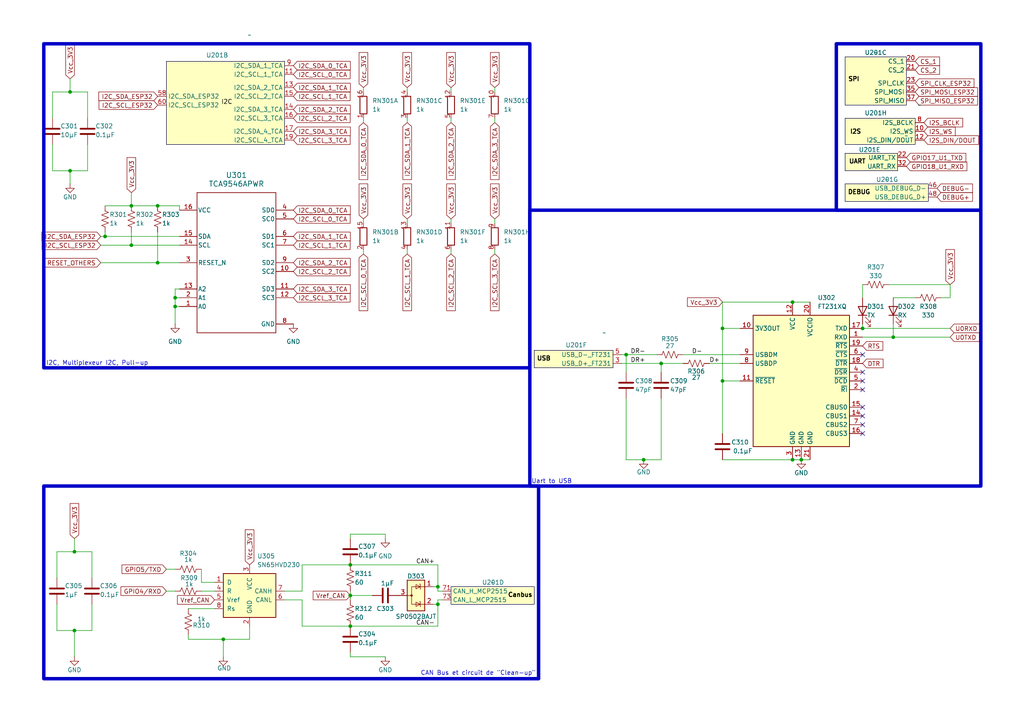
<source format=kicad_sch>
(kicad_sch (version 20231120) (generator "eeschema") (generator_version "8.0")
  (paper "A4")
  (junction (at 186.69 133.35))
  (junction (at 21.59 182.88))
  (junction (at 45.72 76.2))
  (junction (at 232.41 133.35))
  (junction (at 38.1 71.12))
  (junction (at 250.19 95.25))
  (junction (at 259.08 97.79))
  (junction (at 101.6 181.61))
  (junction (at 21.59 160.02))
  (junction (at 229.87 133.35))
  (junction (at 50.8 88.9))
  (junction (at 38.1 59.69))
  (junction (at 20.32 49.53))
  (junction (at 101.6 163.83))
  (junction (at 50.8 86.36))
  (junction (at 229.87 87.63))
  (junction (at 191.77 105.41))
  (junction (at 127 175.26))
  (junction (at 20.32 26.67))
  (junction (at 45.72 59.69))
  (junction (at 209.55 110.49))
  (junction (at 209.55 95.25))
  (junction (at 127 170.18))
  (junction (at 181.61 102.87))
  (junction (at 64.77 185.42))
  (junction (at 101.6 172.72))
  (junction (at 30.48 68.58))
  (no_connect (at 250.19 120.65))
  (no_connect (at 250.19 113.03))
  (no_connect (at 250.19 118.11))
  (no_connect (at 250.19 102.87))
  (no_connect (at 250.19 123.19))
  (no_connect (at 250.19 107.95))
  (no_connect (at 250.19 125.73))
  (no_connect (at 250.19 110.49))
  (wire (pts (xy 101.6 163.83) (xy 127 163.83)))
  (wire (pts (xy 143.51 25.4) (xy 143.51 26.67)))
  (wire (pts (xy 191.77 115.57) (xy 191.77 133.35)))
  (wire (pts (xy 101.6 172.72) (xy 107.95 172.72)))
  (wire (pts (xy 229.87 133.35) (xy 232.41 133.35)))
  (wire (pts (xy 181.61 115.57) (xy 181.61 133.35)))
  (wire (pts (xy 38.1 59.69) (xy 30.48 59.69)))
  (wire (pts (xy 229.87 87.63) (xy 234.95 87.63)))
  (wire (pts (xy 209.55 95.25) (xy 214.63 95.25)))
  (wire (pts (xy 45.72 76.2) (xy 52.07 76.2)))
  (wire (pts (xy 232.41 133.35) (xy 234.95 133.35)))
  (wire (pts (xy 127 170.18) (xy 127 171.45)))
  (wire (pts (xy 209.55 95.25) (xy 209.55 87.63)))
  (wire (pts (xy 105.41 72.39) (xy 105.41 73.66)))
  (wire (pts (xy 58.42 168.91) (xy 62.23 168.91)))
  (wire (pts (xy 16.51 167.64) (xy 16.51 160.02)))
  (wire (pts (xy 181.61 102.87) (xy 180.34 102.87)))
  (wire (pts (xy 190.5 102.87) (xy 181.61 102.87)))
  (wire (pts (xy 29.21 68.58) (xy 30.48 68.58)))
  (wire (pts (xy 21.59 190.5) (xy 21.59 182.88)))
  (wire (pts (xy 118.11 72.39) (xy 118.11 73.66)))
  (wire (pts (xy 16.51 182.88) (xy 16.51 175.26)))
  (wire (pts (xy 101.6 154.94) (xy 111.76 154.94)))
  (wire (pts (xy 72.39 185.42) (xy 72.39 181.61)))
  (wire (pts (xy 250.19 93.98) (xy 250.19 95.25)))
  (wire (pts (xy 29.21 71.12) (xy 38.1 71.12)))
  (wire (pts (xy 191.77 133.35) (xy 186.69 133.35)))
  (wire (pts (xy 191.77 105.41) (xy 191.77 107.95)))
  (wire (pts (xy 127 173.99) (xy 128.27 173.99)))
  (wire (pts (xy 101.6 171.45) (xy 101.6 172.72)))
  (wire (pts (xy 125.73 170.18) (xy 127 170.18)))
  (wire (pts (xy 257.81 82.55) (xy 275.59 82.55)))
  (wire (pts (xy 15.24 34.29) (xy 15.24 26.67)))
  (wire (pts (xy 52.07 59.69) (xy 45.72 59.69)))
  (wire (pts (xy 111.76 154.94) (xy 111.76 156.21)))
  (wire (pts (xy 50.8 83.82) (xy 50.8 86.36)))
  (wire (pts (xy 130.81 25.4) (xy 130.81 26.67)))
  (wire (pts (xy 180.34 105.41) (xy 191.77 105.41)))
  (wire (pts (xy 48.26 171.45) (xy 50.8 171.45)))
  (wire (pts (xy 205.74 105.41) (xy 214.63 105.41)))
  (wire (pts (xy 82.55 171.45) (xy 87.63 171.45)))
  (wire (pts (xy 16.51 160.02) (xy 21.59 160.02)))
  (wire (pts (xy 30.48 67.31) (xy 30.48 68.58)))
  (wire (pts (xy 101.6 156.21) (xy 101.6 154.94)))
  (wire (pts (xy 50.8 165.1) (xy 48.26 165.1)))
  (wire (pts (xy 38.1 67.31) (xy 38.1 71.12)))
  (wire (pts (xy 127 171.45) (xy 128.27 171.45)))
  (wire (pts (xy 198.12 102.87) (xy 214.63 102.87)))
  (wire (pts (xy 21.59 182.88) (xy 26.67 182.88)))
  (wire (pts (xy 52.07 83.82) (xy 50.8 83.82)))
  (wire (pts (xy 20.32 26.67) (xy 25.4 26.67)))
  (wire (pts (xy 25.4 26.67) (xy 25.4 34.29)))
  (wire (pts (xy 250.19 95.25) (xy 275.59 95.25)))
  (wire (pts (xy 125.73 175.26) (xy 127 175.26)))
  (wire (pts (xy 275.59 86.36) (xy 273.05 86.36)))
  (wire (pts (xy 101.6 172.72) (xy 101.6 173.99)))
  (wire (pts (xy 64.77 185.42) (xy 72.39 185.42)))
  (wire (pts (xy 50.8 93.98) (xy 50.8 88.9)))
  (wire (pts (xy 275.59 82.55) (xy 275.59 86.36)))
  (wire (pts (xy 26.67 175.26) (xy 26.67 182.88)))
  (wire (pts (xy 259.08 93.98) (xy 259.08 97.79)))
  (wire (pts (xy 50.8 86.36) (xy 52.07 86.36)))
  (wire (pts (xy 101.6 190.5) (xy 101.6 189.23)))
  (wire (pts (xy 87.63 181.61) (xy 101.6 181.61)))
  (wire (pts (xy 50.8 88.9) (xy 52.07 88.9)))
  (wire (pts (xy 64.77 190.5) (xy 64.77 185.42)))
  (wire (pts (xy 16.51 182.88) (xy 21.59 182.88)))
  (wire (pts (xy 30.48 68.58) (xy 52.07 68.58)))
  (wire (pts (xy 38.1 71.12) (xy 52.07 71.12)))
  (wire (pts (xy 143.51 72.39) (xy 143.51 73.66)))
  (wire (pts (xy 181.61 102.87) (xy 181.61 107.95)))
  (wire (pts (xy 15.24 26.67) (xy 20.32 26.67)))
  (wire (pts (xy 52.07 60.96) (xy 52.07 59.69)))
  (wire (pts (xy 15.24 49.53) (xy 15.24 41.91)))
  (wire (pts (xy 20.32 49.53) (xy 25.4 49.53)))
  (wire (pts (xy 45.72 67.31) (xy 45.72 76.2)))
  (wire (pts (xy 54.61 184.15) (xy 54.61 185.42)))
  (wire (pts (xy 54.61 185.42) (xy 64.77 185.42)))
  (wire (pts (xy 87.63 173.99) (xy 87.63 181.61)))
  (wire (pts (xy 20.32 49.53) (xy 15.24 49.53)))
  (wire (pts (xy 111.76 190.5) (xy 101.6 190.5)))
  (wire (pts (xy 101.6 181.61) (xy 127 181.61)))
  (wire (pts (xy 118.11 34.29) (xy 118.11 35.56)))
  (wire (pts (xy 127 163.83) (xy 127 170.18)))
  (wire (pts (xy 38.1 55.88) (xy 38.1 59.69)))
  (wire (pts (xy 58.42 171.45) (xy 62.23 171.45)))
  (wire (pts (xy 105.41 63.5) (xy 105.41 64.77)))
  (wire (pts (xy 130.81 63.5) (xy 130.81 64.77)))
  (wire (pts (xy 58.42 165.1) (xy 58.42 168.91)))
  (wire (pts (xy 105.41 25.4) (xy 105.41 26.67)))
  (wire (pts (xy 45.72 59.69) (xy 38.1 59.69)))
  (wire (pts (xy 21.59 156.21) (xy 21.59 160.02)))
  (wire (pts (xy 105.41 34.29) (xy 105.41 35.56)))
  (wire (pts (xy 143.51 34.29) (xy 143.51 35.56)))
  (wire (pts (xy 20.32 22.86) (xy 20.32 26.67)))
  (wire (pts (xy 21.59 160.02) (xy 26.67 160.02)))
  (wire (pts (xy 45.72 76.2) (xy 29.21 76.2)))
  (wire (pts (xy 209.55 87.63) (xy 229.87 87.63)))
  (wire (pts (xy 87.63 171.45) (xy 87.63 163.83)))
  (wire (pts (xy 209.55 110.49) (xy 209.55 125.73)))
  (wire (pts (xy 54.61 176.53) (xy 62.23 176.53)))
  (wire (pts (xy 191.77 105.41) (xy 198.12 105.41)))
  (wire (pts (xy 250.19 82.55) (xy 250.19 86.36)))
  (wire (pts (xy 26.67 160.02) (xy 26.67 167.64)))
  (wire (pts (xy 130.81 72.39) (xy 130.81 73.66)))
  (wire (pts (xy 127 175.26) (xy 127 173.99)))
  (wire (pts (xy 259.08 86.36) (xy 265.43 86.36)))
  (wire (pts (xy 25.4 41.91) (xy 25.4 49.53)))
  (wire (pts (xy 127 181.61) (xy 127 175.26)))
  (wire (pts (xy 118.11 25.4) (xy 118.11 26.67)))
  (wire (pts (xy 259.08 97.79) (xy 275.59 97.79)))
  (wire (pts (xy 87.63 163.83) (xy 101.6 163.83)))
  (wire (pts (xy 82.55 173.99) (xy 87.63 173.99)))
  (wire (pts (xy 214.63 110.49) (xy 209.55 110.49)))
  (wire (pts (xy 50.8 86.36) (xy 50.8 88.9)))
  (wire (pts (xy 143.51 63.5) (xy 143.51 64.77)))
  (wire (pts (xy 118.11 63.5) (xy 118.11 64.77)))
  (wire (pts (xy 181.61 133.35) (xy 186.69 133.35)))
  (wire (pts (xy 209.55 133.35) (xy 229.87 133.35)))
  (wire (pts (xy 20.32 53.34) (xy 20.32 49.53)))
  (wire (pts (xy 130.81 34.29) (xy 130.81 35.56)))
  (wire (pts (xy 250.19 97.79) (xy 259.08 97.79)))
  (wire (pts (xy 209.55 110.49) (xy 209.55 95.25)))
  (rectangle (start 12.7 12.7) (end 153.67 106.68) (stroke (width 1)))
  (rectangle (start 242.57 12.7) (end 284.48 60.96) (stroke (width 1)))
  (rectangle (start 12.7 140.97) (end 156.21 196.85) (stroke (width 1)))
  (rectangle (start 153.67 60.96) (end 284.48 140.97) (stroke (width 1)))
  (text "CAN Bus et circuit de \"Clean-up\"\n" (at 138.684 195.326 0) (effects (font (size 1.27 1.27))))
  (text "I2C, Multiplexeur I2C, Pull-up" (at 28.194 105.41 0) (effects (font (size 1.27 1.27))))
  (text "Uart to USB" (at 160.02 139.7 0) (effects (font (size 1.27 1.27))))
  (label "CAN+" (at 120.65 163.83 0))
  (label "CAN-" (at 120.65 181.61 0))
  (label "DR-" (at 182.88 102.87 0))
  (label "D+" (at 205.74 105.41 0))
  (label "D-" (at 200.66 102.87 0))
  (label "DR+" (at 182.88 105.41 0))
  (global_label "I2C_SCL_1_TCA" (shape input) (at 85.09 27.94 0) (property "Intersheetrefs" "${INTERSHEET_REFS}" (effects (hide yes))))
  (global_label "I2C_SCL_0_TCA" (shape input) (at 105.41 73.66 270) (property "Intersheetrefs" "${INTERSHEET_REFS}" (effects (hide yes))))
  (global_label "U0TXD" (shape input) (at 275.59 97.79 0) (property "Intersheetrefs" "${INTERSHEET_REFS}" (effects (hide yes))))
  (global_label "Vcc_3V3" (shape input) (at 105.41 63.5 90) (property "Intersheetrefs" "${INTERSHEET_REFS}" (effects (hide yes))))
  (global_label "U0RXD" (shape input) (at 275.59 95.25 0) (property "Intersheetrefs" "${INTERSHEET_REFS}" (effects (hide yes))))
  (global_label "I2C_SCL_1_TCA" (shape input) (at 118.11 73.66 270) (property "Intersheetrefs" "${INTERSHEET_REFS}" (effects (hide yes))))
  (global_label "Vcc_3V3" (shape input) (at 275.59 82.55 90) (property "Intersheetrefs" "${INTERSHEET_REFS}" (effects (hide yes))))
  (global_label "Vcc_3V3" (shape input) (at 143.51 63.5 90) (property "Intersheetrefs" "${INTERSHEET_REFS}" (effects (hide yes))))
  (global_label "RTS" (shape input) (at 250.19 100.33 0) (property "Intersheetrefs" "${INTERSHEET_REFS}" (effects (hide yes))))
  (global_label "I2C_SDA_0_TCA" (shape input) (at 85.09 60.96 0) (property "Intersheetrefs" "${INTERSHEET_REFS}" (effects (hide yes))))
  (global_label "I2C_SDA_ESP32" (shape input) (at 45.72 27.94 180) (property "Intersheetrefs" "${INTERSHEET_REFS}" (effects (hide yes))))
  (global_label "I2C_SDA_2_TCA" (shape input) (at 130.81 35.56 270) (property "Intersheetrefs" "${INTERSHEET_REFS}" (effects (hide yes))))
  (global_label "Vcc_3V3" (shape input) (at 21.59 156.21 90) (property "Intersheetrefs" "${INTERSHEET_REFS}" (effects (hide yes))))
  (global_label "I2C_SDA_ESP32" (shape input) (at 29.21 68.58 180) (property "Intersheetrefs" "${INTERSHEET_REFS}" (effects (hide yes))))
  (global_label "I2C_SCL_0_TCA" (shape input) (at 85.09 63.5 0) (property "Intersheetrefs" "${INTERSHEET_REFS}" (effects (hide yes))))
  (global_label "Vref_CAN" (shape input) (at 62.23 173.99 180) (property "Intersheetrefs" "${INTERSHEET_REFS}" (effects (hide yes))))
  (global_label "CS_1" (shape input) (at 265.43 17.78 0) (property "Intersheetrefs" "${INTERSHEET_REFS}" (effects (hide yes))))
  (global_label "I2C_SCL_ESP32" (shape input) (at 29.21 71.12 180) (property "Intersheetrefs" "${INTERSHEET_REFS}" (effects (hide yes))))
  (global_label "I2C_SCL_2_TCA" (shape input) (at 130.81 73.66 270) (property "Intersheetrefs" "${INTERSHEET_REFS}" (effects (hide yes))))
  (global_label "I2C_SCL_1_TCA" (shape input) (at 85.09 71.12 0) (property "Intersheetrefs" "${INTERSHEET_REFS}" (effects (hide yes))))
  (global_label "RESET_OTHERS" (shape input) (at 29.21 76.2 180) (property "Intersheetrefs" "${INTERSHEET_REFS}" (effects (hide yes))))
  (global_label "Vcc_3V3" (shape input) (at 209.55 87.63 180) (property "Intersheetrefs" "${INTERSHEET_REFS}" (effects (hide yes))))
  (global_label "I2S_DIN{slash}DOUT" (shape input) (at 267.97 40.64 0) (property "Intersheetrefs" "${INTERSHEET_REFS}" (effects (hide yes))))
  (global_label "I2C_SDA_3_TCA" (shape input) (at 85.09 38.1 0) (property "Intersheetrefs" "${INTERSHEET_REFS}" (effects (hide yes))))
  (global_label "Vcc_3V3" (shape input) (at 72.39 163.83 90) (property "Intersheetrefs" "${INTERSHEET_REFS}" (effects (hide yes))))
  (global_label "I2C_SCL_2_TCA" (shape input) (at 85.09 34.29 0) (property "Intersheetrefs" "${INTERSHEET_REFS}" (effects (hide yes))))
  (global_label "GPIO18_U1_RXD" (shape input) (at 262.89 48.26 0) (property "Intersheetrefs" "${INTERSHEET_REFS}" (effects (hide yes))))
  (global_label "I2C_SDA_1_TCA" (shape input) (at 85.09 68.58 0) (property "Intersheetrefs" "${INTERSHEET_REFS}" (effects (hide yes))))
  (global_label "DEBUG-" (shape input) (at 271.78 54.61 0) (property "Intersheetrefs" "${INTERSHEET_REFS}" (effects (hide yes))))
  (global_label "Vcc_3V3" (shape input) (at 130.81 25.4 90) (property "Intersheetrefs" "${INTERSHEET_REFS}" (effects (hide yes))))
  (global_label "Vcc_3V3" (shape input) (at 130.81 63.5 90) (property "Intersheetrefs" "${INTERSHEET_REFS}" (effects (hide yes))))
  (global_label "GPIO5{slash}TXD" (shape input) (at 48.26 165.1 180) (property "Intersheetrefs" "${INTERSHEET_REFS}" (effects (hide yes))))
  (global_label "Vcc_3V3" (shape input) (at 105.41 25.4 90) (property "Intersheetrefs" "${INTERSHEET_REFS}" (effects (hide yes))))
  (global_label "Vcc_3V3" (shape input) (at 38.1 55.88 90) (property "Intersheetrefs" "${INTERSHEET_REFS}" (effects (hide yes))))
  (global_label "I2C_SDA_1_TCA" (shape input) (at 85.09 25.4 0) (property "Intersheetrefs" "${INTERSHEET_REFS}" (effects (hide yes))))
  (global_label "I2C_SDA_3_TCA" (shape input) (at 143.51 35.56 270) (property "Intersheetrefs" "${INTERSHEET_REFS}" (effects (hide yes))))
  (global_label "DTR" (shape input) (at 250.19 105.41 0) (property "Intersheetrefs" "${INTERSHEET_REFS}" (effects (hide yes))))
  (global_label "I2S_WS" (shape input) (at 267.97 38.1 0) (property "Intersheetrefs" "${INTERSHEET_REFS}" (effects (hide yes))))
  (global_label "SPI_CLK_ESP32" (shape input) (at 265.43 24.13 0) (property "Intersheetrefs" "${INTERSHEET_REFS}" (effects (hide yes))))
  (global_label "Vref_CAN" (shape input) (at 101.6 172.72 180) (property "Intersheetrefs" "${INTERSHEET_REFS}" (effects (hide yes))))
  (global_label "GPIO4{slash}RXD" (shape input) (at 48.26 171.45 180) (property "Intersheetrefs" "${INTERSHEET_REFS}" (effects (hide yes))))
  (global_label "CS_2" (shape input) (at 265.43 20.32 0) (property "Intersheetrefs" "${INTERSHEET_REFS}" (effects (hide yes))))
  (global_label "Vcc_3V3" (shape input) (at 143.51 25.4 90) (property "Intersheetrefs" "${INTERSHEET_REFS}" (effects (hide yes))))
  (global_label "GPIO17_U1_TXD" (shape input) (at 262.89 45.72 0) (property "Intersheetrefs" "${INTERSHEET_REFS}" (effects (hide yes))))
  (global_label "I2C_SDA_2_TCA" (shape input) (at 85.09 31.75 0) (property "Intersheetrefs" "${INTERSHEET_REFS}" (effects (hide yes))))
  (global_label "I2C_SDA_2_TCA" (shape input) (at 85.09 76.2 0) (property "Intersheetrefs" "${INTERSHEET_REFS}" (effects (hide yes))))
  (global_label "DEBUG+" (shape input) (at 271.78 57.15 0) (property "Intersheetrefs" "${INTERSHEET_REFS}" (effects (hide yes))))
  (global_label "I2C_SCL_3_TCA" (shape input) (at 85.09 86.36 0) (property "Intersheetrefs" "${INTERSHEET_REFS}" (effects (hide yes))))
  (global_label "Vcc_3V3" (shape input) (at 20.32 22.86 90) (property "Intersheetrefs" "${INTERSHEET_REFS}" (effects (hide yes))))
  (global_label "Vcc_3V3" (shape input) (at 118.11 25.4 90) (property "Intersheetrefs" "${INTERSHEET_REFS}" (effects (hide yes))))
  (global_label "I2C_SCL_3_TCA" (shape input) (at 85.09 40.64 0) (property "Intersheetrefs" "${INTERSHEET_REFS}" (effects (hide yes))))
  (global_label "I2C_SDA_3_TCA" (shape input) (at 85.09 83.82 0) (property "Intersheetrefs" "${INTERSHEET_REFS}" (effects (hide yes))))
  (global_label "SPI_MISO_ESP32" (shape input) (at 265.43 29.21 0) (property "Intersheetrefs" "${INTERSHEET_REFS}" (effects (hide yes))))
  (global_label "I2C_SCL_ESP32" (shape input) (at 45.72 30.48 180) (property "Intersheetrefs" "${INTERSHEET_REFS}" (effects (hide yes))))
  (global_label "I2C_SCL_0_TCA" (shape input) (at 85.09 21.59 0) (property "Intersheetrefs" "${INTERSHEET_REFS}" (effects (hide yes))))
  (global_label "Vcc_3V3" (shape input) (at 118.11 63.5 90) (property "Intersheetrefs" "${INTERSHEET_REFS}" (effects (hide yes))))
  (global_label "I2C_SDA_1_TCA" (shape input) (at 118.11 35.56 270) (property "Intersheetrefs" "${INTERSHEET_REFS}" (effects (hide yes))))
  (global_label "I2C_SCL_2_TCA" (shape input) (at 85.09 78.74 0) (property "Intersheetrefs" "${INTERSHEET_REFS}" (effects (hide yes))))
  (global_label "I2C_SDA_0_TCA" (shape input) (at 105.41 35.56 270) (property "Intersheetrefs" "${INTERSHEET_REFS}" (effects (hide yes))))
  (global_label "SPI_MOSI_ESP32" (shape input) (at 265.43 26.67 0) (property "Intersheetrefs" "${INTERSHEET_REFS}" (effects (hide yes))))
  (global_label "I2C_SCL_3_TCA" (shape input) (at 143.51 73.66 270) (property "Intersheetrefs" "${INTERSHEET_REFS}" (effects (hide yes))))
  (global_label "I2S_BCLK" (shape input) (at 267.97 35.56 0) (property "Intersheetrefs" "${INTERSHEET_REFS}" (effects (hide yes))))
  (global_label "I2C_SDA_0_TCA" (shape input) (at 85.09 19.05 0) (property "Intersheetrefs" "${INTERSHEET_REFS}" (effects (hide yes))))
  (symbol (lib_id "Device:R_US") (at 254 82.55 90) (unit 1)
    (property "Reference" "R307" (at 254 77.47 90))
    (property "Value" "330" (at 254 80.01 90))
    (property "Footprint" "Resistor_SMD:R_0805_2012Metric" (effects (hide yes)))
    (property "Description" "Resistor, US symbol" (effects (hide yes)))
  )
  (symbol (lib_id "power:GND") (at 21.59 190.5 0) (unit 1)
    (property "Reference" "#PWR0307" (effects (hide yes)))
    (property "Value" "GND" (at 21.59 194.31 0))
    (property "Description" "Power symbol creates a global label with name \"GND\" , ground" (effects (hide yes)))
  )
  (symbol (lib_id "Device:R_Pack08_Split") (at 143.51 30.48 0) (unit 7)
    (property "Reference" "RN301" (at 146.05 29.2099 0) (effects (justify left)))
    (property "Value" "1k" (at 146.05 31.7499 0) (effects (justify left)))
    (property "Footprint" "Resistor_SMD:R_Array_Convex_8x0602" (effects (hide yes)))
    (property "Description" "8 resistor network, parallel topology, split" (effects (hide yes)))
  )
  (symbol (lib_id "Device:C") (at 101.6 160.02 0) (unit 1)
    (property "Reference" "C307" (at 103.886 158.496 0) (effects (justify left)))
    (property "Value" "0.1µF" (at 103.886 161.036 0) (effects (justify left)))
    (property "Footprint" "Resistor_SMD:R_0805_2012Metric" (effects (hide yes)))
    (property "Description" "Unpolarized capacitor" (effects (hide yes)))
  )
  (symbol (lib_name "connecteur_SOM_ESP32_V2_1") (lib_id "connecteur_m2_key_E:connecteur_SOM_ESP32_V2") (at 66.04 17.78 0) (unit 2)
    (property "Reference" "U201" (at 62.992 16.002 0))
    (property "Value" "~" (at 72.39 10.16 0))
    (property "Footprint" "connecteur_M2_key_E:NGFF_E" (effects (hide yes)))
  )
  (symbol (lib_id "Device:R_US") (at 101.6 177.8 0) (unit 1)
    (property "Reference" "R312" (at 102.87 176.53 0) (effects (justify left)))
    (property "Value" "60" (at 102.87 179.07 0) (effects (justify left)))
    (property "Footprint" "Resistor_SMD:R_0805_2012Metric" (effects (hide yes)))
    (property "Description" "Resistor, US symbol" (effects (hide yes)))
  )
  (symbol (lib_id "Device:LED") (at 250.19 90.17 90) (unit 1)
    (property "Reference" "D301" (at 251.46 88.9 90) (effects (justify right)))
    (property "Value" "TX" (at 251.46 91.44 90) (effects (justify right)))
    (property "Footprint" "LED_SMD:LED_0805_2012Metric" (effects (hide yes)))
    (property "Description" "Light emitting diode" (effects (hide yes)))
  )
  (symbol (lib_id "power:GND") (at 50.8 93.98 0) (unit 1)
    (property "Reference" "#PWR0303" (effects (hide yes)))
    (property "Value" "GND" (at 50.8 99.06 0))
    (property "Description" "Power symbol creates a global label with name \"GND\" , ground" (effects (hide yes)))
  )
  (symbol (lib_id "Device:R_Pack08_Split") (at 105.41 30.48 0) (unit 1)
    (property "Reference" "RN301" (at 107.95 29.2099 0) (effects (justify left)))
    (property "Value" "1k" (at 107.95 31.7499 0) (effects (justify left)))
    (property "Footprint" "Resistor_SMD:R_Array_Convex_8x0602" (effects (hide yes)))
    (property "Description" "8 resistor network, parallel topology, split" (effects (hide yes)))
  )
  (symbol (lib_id "connecteur_m2_key_E:connecteur_SOM_ESP32_V2") (at 247.65 22.86 0) (unit 3)
    (property "Reference" "U201" (at 254 15.24 0))
    (property "Value" "~" (at 254 15.24 0))
    (property "Footprint" "connecteur_M2_key_E:NGFF_E" (effects (hide yes)))
  )
  (symbol (lib_id "Device:R_US") (at 54.61 171.45 90) (unit 1)
    (property "Reference" "R309" (at 54.864 167.64 90))
    (property "Value" "1k" (at 54.864 169.418 90))
    (property "Footprint" "Resistor_SMD:R_0805_2012Metric" (effects (hide yes)))
    (property "Description" "Resistor, US symbol" (effects (hide yes)))
  )
  (symbol (lib_id "Device:R_Pack08_Split") (at 118.11 30.48 0) (unit 3)
    (property "Reference" "RN301" (at 120.65 29.2099 0) (effects (justify left)))
    (property "Value" "1k" (at 120.65 31.7499 0) (effects (justify left)))
    (property "Footprint" "Resistor_SMD:R_Array_Convex_8x0602" (effects (hide yes)))
    (property "Description" "8 resistor network, parallel topology, split" (effects (hide yes)))
  )
  (symbol (lib_name "connecteur_SOM_ESP32_V2_4") (lib_id "connecteur_m2_key_E:connecteur_SOM_ESP32_V2") (at 260.35 38.1 0) (unit 8)
    (property "Reference" "U201" (at 254 32.766 0))
    (property "Value" "~" (at 266.7 30.48 0))
    (property "Footprint" "connecteur_M2_key_E:NGFF_E" (effects (hide yes)))
  )
  (symbol (lib_id "Device:R_Pack08_Split") (at 130.81 30.48 0) (unit 5)
    (property "Reference" "RN301" (at 133.35 29.2099 0) (effects (justify left)))
    (property "Value" "1k" (at 133.35 31.7499 0) (effects (justify left)))
    (property "Footprint" "Resistor_SMD:R_Array_Convex_8x0602" (effects (hide yes)))
    (property "Description" "8 resistor network, parallel topology, split" (effects (hide yes)))
  )
  (symbol (lib_id "power:GND") (at 20.32 53.34 0) (unit 1)
    (property "Reference" "#PWR0301" (effects (hide yes)))
    (property "Value" "GND" (at 20.32 57.15 0))
    (property "Description" "Power symbol creates a global label with name \"GND\" , ground" (effects (hide yes)))
  )
  (symbol (lib_id "Device:R_US") (at 38.1 63.5 0) (unit 1)
    (property "Reference" "R302" (at 39.37 62.23 0) (effects (justify left)))
    (property "Value" "1k" (at 39.37 64.77 0) (effects (justify left)))
    (property "Footprint" "Resistor_SMD:R_0805_2012Metric" (effects (hide yes)))
    (property "Description" "Resistor, US symbol" (effects (hide yes)))
  )
  (symbol (lib_id "Power_Protection:SP0502BAJT") (at 120.65 172.72 270) (unit 1)
    (property "Reference" "D303" (at 120.65 167.132 90))
    (property "Value" "SP0502BAJT" (at 120.65 178.816 90))
    (property "Footprint" "Package_TO_SOT_SMD:SOT-323_SC-70" (effects (hide yes)))
    (property "Datasheet" "http://www.littelfuse.com/~/media/files/littelfuse/technical%20resources/documents/data%20sheets/sp05xxba.pdf" (effects (hide yes)))
    (property "Description" "TVS Diode Array, 5.5V Standoff, 2 Channels, SC-70 package" (effects (hide yes)))
  )
  (symbol (lib_id "Device:R_US") (at 54.61 165.1 90) (unit 1)
    (property "Reference" "R304" (at 54.61 160.528 90))
    (property "Value" "1k" (at 54.61 162.306 90))
    (property "Footprint" "Resistor_SMD:R_0805_2012Metric" (effects (hide yes)))
    (property "Description" "Resistor, US symbol" (effects (hide yes)))
  )
  (symbol (lib_id "Device:R_Pack08_Split") (at 118.11 68.58 0) (unit 4)
    (property "Reference" "RN301" (at 120.65 67.3099 0) (effects (justify left)))
    (property "Value" "1k" (at 120.65 69.8499 0) (effects (justify left)))
    (property "Footprint" "Resistor_SMD:R_Array_Convex_8x0602" (effects (hide yes)))
    (property "Description" "8 resistor network, parallel topology, split" (effects (hide yes)))
  )
  (symbol (lib_id "power:GND") (at 111.76 190.5 0) (unit 1)
    (property "Reference" "#PWR0304" (effects (hide yes)))
    (property "Value" "GND" (at 111.76 194.31 0))
    (property "Description" "Power symbol creates a global label with name \"GND\" , ground" (effects (hide yes)))
  )
  (symbol (lib_id "2024-07-09_21-28-53:TCA9546APWR") (at 52.07 60.96 0) (unit 1)
    (property "Reference" "U301" (at 68.58 50.8 0) (effects (font (size 1.524 1.524))))
    (property "Value" "TCA9546APWR" (at 68.58 53.34 0) (effects (font (size 1.524 1.524))))
    (property "Footprint" "Package_SO:TSSOP-16_4.4x5mm_P0.65mm" (effects (hide yes)))
    (property "Datasheet" "TCA9546APWR" (effects (hide yes)))
  )
  (symbol (lib_id "Interface_USB:FT231XQ") (at 232.41 110.49 0) (unit 1)
    (property "Reference" "U302" (at 237.1441 86.36 0) (effects (justify left)))
    (property "Value" "FT231XQ" (at 237.1441 88.9 0) (effects (justify left)))
    (property "Footprint" "Package_DFN_QFN:QFN-20-1EP_4x4mm_P0.5mm_EP2.5x2.5mm" (effects (hide yes)))
    (property "Datasheet" "https://www.ftdichip.com/Support/Documents/DataSheets/ICs/DS_FT231X.pdf" (effects (hide yes)))
    (property "Description" "Full Speed USB to Full Handshake UART, QFN-20" (effects (hide yes)))
  )
  (symbol (lib_id "Device:R_US") (at 30.48 63.5 0) (unit 1)
    (property "Reference" "R301" (at 31.75 62.23 0) (effects (justify left)))
    (property "Value" "1k" (at 31.75 64.77 0) (effects (justify left)))
    (property "Footprint" "Resistor_SMD:R_0805_2012Metric" (effects (hide yes)))
    (property "Description" "Resistor, US symbol" (effects (hide yes)))
  )
  (symbol (lib_id "Interface_CAN_LIN:SN65HVD230") (at 72.39 171.45 0) (unit 1)
    (property "Reference" "U305" (at 74.5841 161.29 0) (effects (justify left)))
    (property "Value" "SN65HVD230" (at 74.5841 163.83 0) (effects (justify left)))
    (property "Footprint" "Package_SO:SOIC-8_3.9x4.9mm_P1.27mm" (effects (hide yes)))
    (property "Datasheet" "http://www.ti.com/lit/ds/symlink/sn65hvd230.pdf" (effects (hide yes)))
    (property "Description" "CAN Bus Transceivers, 3.3V, 1Mbps, Low-Power capabilities, SOIC-8" (effects (hide yes)))
  )
  (symbol (lib_id "Device:R_Pack08_Split") (at 143.51 68.58 0) (unit 8)
    (property "Reference" "RN301" (at 146.05 67.3099 0) (effects (justify left)))
    (property "Value" "1k" (at 146.05 69.8499 0) (effects (justify left)))
    (property "Footprint" "Resistor_SMD:R_Array_Convex_8x0602" (effects (hide yes)))
    (property "Description" "8 resistor network, parallel topology, split" (effects (hide yes)))
  )
  (symbol (lib_id "Device:R_Pack08_Split") (at 130.81 68.58 0) (unit 6)
    (property "Reference" "RN301" (at 133.35 67.3099 0) (effects (justify left)))
    (property "Value" "1k" (at 133.35 69.8499 0) (effects (justify left)))
    (property "Footprint" "Resistor_SMD:R_Array_Convex_8x0602" (effects (hide yes)))
    (property "Description" "8 resistor network, parallel topology, split" (effects (hide yes)))
  )
  (symbol (lib_id "power:GND") (at 186.69 133.35 0) (unit 1)
    (property "Reference" "#PWR0308" (effects (hide yes)))
    (property "Value" "GND" (at 186.69 136.906 0))
    (property "Description" "Power symbol creates a global label with name \"GND\" , ground" (effects (hide yes)))
  )
  (symbol (lib_id "Device:C") (at 209.55 129.54 0) (unit 1)
    (property "Reference" "C310" (at 212.09 128.27 0) (effects (justify left)))
    (property "Value" "0.1µF" (at 212.598 130.81 0) (effects (justify left)))
    (property "Footprint" "Resistor_SMD:R_0805_2012Metric" (effects (hide yes)))
    (property "Description" "Unpolarized capacitor" (effects (hide yes)))
  )
  (symbol (lib_id "Device:R_US") (at 101.6 167.64 0) (unit 1)
    (property "Reference" "R311" (at 102.87 166.37 0) (effects (justify left)))
    (property "Value" "60" (at 102.87 168.91 0) (effects (justify left)))
    (property "Footprint" "Resistor_SMD:R_0805_2012Metric" (effects (hide yes)))
    (property "Description" "Resistor, US symbol" (effects (hide yes)))
  )
  (symbol (lib_name "connecteur_SOM_ESP32_V2_5") (lib_id "connecteur_m2_key_E:connecteur_SOM_ESP32_V2") (at 256.54 46.99 0) (unit 5)
    (property "Reference" "U201" (at 252.222 43.434 0))
    (property "Value" "~" (at 262.89 39.37 0))
    (property "Footprint" "connecteur_M2_key_E:NGFF_E" (effects (hide yes)))
  )
  (symbol (lib_id "Device:C") (at 191.77 111.76 0) (unit 1)
    (property "Reference" "C309" (at 194.31 110.49 0) (effects (justify left)))
    (property "Value" "47pF" (at 194.31 113.03 0) (effects (justify left)))
    (property "Footprint" "Resistor_SMD:R_0805_2012Metric" (effects (hide yes)))
    (property "Description" "Unpolarized capacitor" (effects (hide yes)))
  )
  (symbol (lib_id "Device:R_US") (at 194.31 102.87 90) (unit 1)
    (property "Reference" "R305" (at 194.31 98.298 90))
    (property "Value" "27" (at 194.31 100.33 90))
    (property "Footprint" "Resistor_SMD:R_0805_2012Metric" (effects (hide yes)))
    (property "Description" "Resistor, US symbol" (effects (hide yes)))
  )
  (symbol (lib_id "power:GND") (at 111.76 156.21 0) (unit 1)
    (property "Reference" "#PWR0306" (effects (hide yes)))
    (property "Value" "GND" (at 111.76 161.29 0))
    (property "Description" "Power symbol creates a global label with name \"GND\" , ground" (effects (hide yes)))
  )
  (symbol (lib_id "Device:C") (at 181.61 111.76 0) (unit 1)
    (property "Reference" "C308" (at 184.15 110.49 0) (effects (justify left)))
    (property "Value" "47pF" (at 184.15 113.03 0) (effects (justify left)))
    (property "Footprint" "Resistor_SMD:R_0805_2012Metric" (effects (hide yes)))
    (property "Description" "Unpolarized capacitor" (effects (hide yes)))
  )
  (symbol (lib_id "Device:C") (at 25.4 38.1 0) (unit 1)
    (property "Reference" "C302" (at 27.686 36.576 0) (effects (justify left)))
    (property "Value" "0.1µF" (at 27.686 39.116 0) (effects (justify left)))
    (property "Footprint" "Resistor_SMD:R_0805_2012Metric" (effects (hide yes)))
    (property "Description" "Unpolarized capacitor" (effects (hide yes)))
  )
  (symbol (lib_id "power:GND") (at 85.09 93.98 0) (unit 1)
    (property "Reference" "#PWR0305" (effects (hide yes)))
    (property "Value" "GND" (at 85.09 99.06 0))
    (property "Description" "Power symbol creates a global label with name \"GND\" , ground" (effects (hide yes)))
  )
  (symbol (lib_id "Device:C") (at 16.51 171.45 0) (unit 1)
    (property "Reference" "C305" (at 18.796 169.926 0) (effects (justify left)))
    (property "Value" "1µF" (at 18.796 172.466 0) (effects (justify left)))
    (property "Footprint" "Resistor_SMD:R_0805_2012Metric" (effects (hide yes)))
    (property "Description" "Unpolarized capacitor" (effects (hide yes)))
  )
  (symbol (lib_id "Device:R_US") (at 45.72 63.5 0) (unit 1)
    (property "Reference" "R303" (at 46.99 62.23 0) (effects (justify left)))
    (property "Value" "1k" (at 46.99 64.77 0) (effects (justify left)))
    (property "Footprint" "Resistor_SMD:R_0805_2012Metric" (effects (hide yes)))
    (property "Description" "Resistor, US symbol" (effects (hide yes)))
  )
  (symbol (lib_id "Device:C") (at 101.6 185.42 0) (unit 1)
    (property "Reference" "C304" (at 103.886 183.896 0) (effects (justify left)))
    (property "Value" "0.1µF" (at 103.886 186.436 0) (effects (justify left)))
    (property "Footprint" "Resistor_SMD:R_0805_2012Metric" (effects (hide yes)))
    (property "Description" "Unpolarized capacitor" (effects (hide yes)))
  )
  (symbol (lib_id "Device:R_US") (at 201.93 105.41 90) (unit 1)
    (property "Reference" "R306" (at 201.93 107.696 90))
    (property "Value" "27" (at 201.93 109.474 90))
    (property "Footprint" "Resistor_SMD:R_0805_2012Metric" (effects (hide yes)))
    (property "Description" "Resistor, US symbol" (effects (hide yes)))
  )
  (symbol (lib_id "power:GND") (at 232.41 133.35 0) (unit 1)
    (property "Reference" "#PWR0309" (effects (hide yes)))
    (property "Value" "GND" (at 232.41 137.16 0))
    (property "Description" "Power symbol creates a global label with name \"GND\" , ground" (effects (hide yes)))
  )
  (symbol (lib_id "power:GND") (at 64.77 190.5 0) (unit 1)
    (property "Reference" "#PWR0302" (effects (hide yes)))
    (property "Value" "GND" (at 65.024 193.802 0))
    (property "Description" "Power symbol creates a global label with name \"GND\" , ground" (effects (hide yes)))
  )
  (symbol (lib_id "Device:C") (at 26.67 171.45 0) (unit 1)
    (property "Reference" "C306" (at 28.956 169.926 0) (effects (justify left)))
    (property "Value" "0.1µF" (at 28.956 172.466 0) (effects (justify left)))
    (property "Footprint" "Resistor_SMD:R_0805_2012Metric" (effects (hide yes)))
    (property "Description" "Unpolarized capacitor" (effects (hide yes)))
  )
  (symbol (lib_id "Device:R_Pack08_Split") (at 105.41 68.58 0) (unit 2)
    (property "Reference" "RN301" (at 107.95 67.3099 0) (effects (justify left)))
    (property "Value" "1k" (at 107.95 69.8499 0) (effects (justify left)))
    (property "Footprint" "Resistor_SMD:R_Array_Convex_8x0602" (effects (hide yes)))
    (property "Description" "8 resistor network, parallel topology, split" (effects (hide yes)))
  )
  (symbol (lib_id "Device:C") (at 111.76 172.72 90) (unit 1)
    (property "Reference" "C303" (at 114.3 176.53 90) (effects (justify left)))
    (property "Value" "1µF" (at 114.3 169.164 90) (effects (justify left)))
    (property "Footprint" "Resistor_SMD:R_0805_2012Metric" (effects (hide yes)))
    (property "Description" "Unpolarized capacitor" (effects (hide yes)))
  )
  (symbol (lib_id "Device:LED") (at 259.08 90.17 90) (unit 1)
    (property "Reference" "D302" (at 260.35 88.9 90) (effects (justify right)))
    (property "Value" "RX" (at 260.35 91.44 90) (effects (justify right)))
    (property "Footprint" "LED_SMD:LED_0805_2012Metric" (effects (hide yes)))
    (property "Description" "Light emitting diode" (effects (hide yes)))
  )
  (symbol (lib_id "Device:R_US") (at 269.24 86.36 90) (unit 1)
    (property "Reference" "R308" (at 269.24 88.9 90))
    (property "Value" "330" (at 269.24 91.44 90))
    (property "Footprint" "Resistor_SMD:R_0805_2012Metric" (effects (hide yes)))
    (property "Description" "Resistor, US symbol" (effects (hide yes)))
  )
  (symbol (lib_name "connecteur_SOM_ESP32_V2_6") (lib_id "connecteur_m2_key_E:connecteur_SOM_ESP32_V2") (at 168.91 104.14 0) (unit 6)
    (property "Reference" "U201" (at 167.132 100.076 0))
    (property "Value" "~" (at 175.26 96.52 0))
    (property "Footprint" "connecteur_M2_key_E:NGFF_E" (effects (hide yes)))
  )
  (symbol (lib_id "Device:R_US") (at 54.61 180.34 180) (unit 1)
    (property "Reference" "R310" (at 58.42 181.356 0))
    (property "Value" "1k" (at 58.42 179.578 0))
    (property "Footprint" "Resistor_SMD:R_0805_2012Metric" (effects (hide yes)))
    (property "Description" "Resistor, US symbol" (effects (hide yes)))
  )
  (symbol (lib_name "connecteur_SOM_ESP32_V2_2") (lib_id "connecteur_m2_key_E:connecteur_SOM_ESP32_V2") (at 259.08 55.88 0) (unit 7)
    (property "Reference" "U201" (at 257.302 52.07 0))
    (property "Value" "~" (at 257.175 52.07 0))
    (property "Footprint" "connecteur_M2_key_E:NGFF_E" (effects (hide yes)))
  )
  (symbol (lib_name "connecteur_SOM_ESP32_V2_3") (lib_id "connecteur_m2_key_E:connecteur_SOM_ESP32_V2") (at 142.24 172.72 0) (mirror y) (unit 4)
    (property "Reference" "U201" (at 143.002 168.91 0))
    (property "Value" "~" (at 142.875 168.91 0))
    (property "Footprint" "connecteur_M2_key_E:NGFF_E" (effects (hide yes)))
  )
  (symbol (lib_id "Device:C") (at 15.24 38.1 0) (unit 1)
    (property "Reference" "C301" (at 17.526 36.576 0) (effects (justify left)))
    (property "Value" "10µF" (at 17.526 39.116 0) (effects (justify left)))
    (property "Footprint" "Resistor_SMD:R_0805_2012Metric" (effects (hide yes)))
    (property "Description" "Unpolarized capacitor" (effects (hide yes)))
  )
)
</source>
